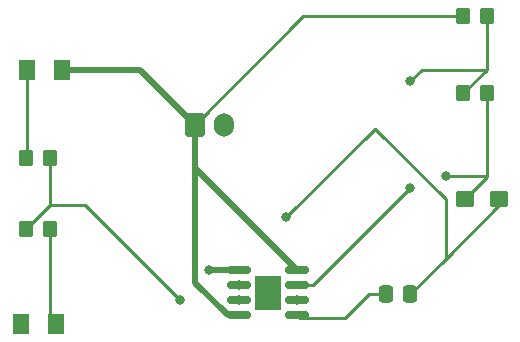
<source format=gbr>
%TF.GenerationSoftware,KiCad,Pcbnew,7.0.8*%
%TF.CreationDate,2023-10-16T22:27:31-07:00*%
%TF.ProjectId,Lab2,4c616232-2e6b-4696-9361-645f70636258,rev?*%
%TF.SameCoordinates,Original*%
%TF.FileFunction,Copper,L1,Top*%
%TF.FilePolarity,Positive*%
%FSLAX46Y46*%
G04 Gerber Fmt 4.6, Leading zero omitted, Abs format (unit mm)*
G04 Created by KiCad (PCBNEW 7.0.8) date 2023-10-16 22:27:31*
%MOMM*%
%LPD*%
G01*
G04 APERTURE LIST*
G04 Aperture macros list*
%AMRoundRect*
0 Rectangle with rounded corners*
0 $1 Rounding radius*
0 $2 $3 $4 $5 $6 $7 $8 $9 X,Y pos of 4 corners*
0 Add a 4 corners polygon primitive as box body*
4,1,4,$2,$3,$4,$5,$6,$7,$8,$9,$2,$3,0*
0 Add four circle primitives for the rounded corners*
1,1,$1+$1,$2,$3*
1,1,$1+$1,$4,$5*
1,1,$1+$1,$6,$7*
1,1,$1+$1,$8,$9*
0 Add four rect primitives between the rounded corners*
20,1,$1+$1,$2,$3,$4,$5,0*
20,1,$1+$1,$4,$5,$6,$7,0*
20,1,$1+$1,$6,$7,$8,$9,0*
20,1,$1+$1,$8,$9,$2,$3,0*%
G04 Aperture macros list end*
%TA.AperFunction,SMDPad,CuDef*%
%ADD10RoundRect,0.250001X-0.462499X-0.624999X0.462499X-0.624999X0.462499X0.624999X-0.462499X0.624999X0*%
%TD*%
%TA.AperFunction,SMDPad,CuDef*%
%ADD11RoundRect,0.150000X-0.825000X-0.150000X0.825000X-0.150000X0.825000X0.150000X-0.825000X0.150000X0*%
%TD*%
%TA.AperFunction,SMDPad,CuDef*%
%ADD12R,2.290000X3.000000*%
%TD*%
%TA.AperFunction,SMDPad,CuDef*%
%ADD13RoundRect,0.250000X-0.537500X-0.425000X0.537500X-0.425000X0.537500X0.425000X-0.537500X0.425000X0*%
%TD*%
%TA.AperFunction,SMDPad,CuDef*%
%ADD14RoundRect,0.250000X-0.337500X-0.475000X0.337500X-0.475000X0.337500X0.475000X-0.337500X0.475000X0*%
%TD*%
%TA.AperFunction,ComponentPad*%
%ADD15O,1.700000X2.000000*%
%TD*%
%TA.AperFunction,ComponentPad*%
%ADD16RoundRect,0.250000X-0.600000X-0.750000X0.600000X-0.750000X0.600000X0.750000X-0.600000X0.750000X0*%
%TD*%
%TA.AperFunction,SMDPad,CuDef*%
%ADD17RoundRect,0.250000X-0.350000X-0.450000X0.350000X-0.450000X0.350000X0.450000X-0.350000X0.450000X0*%
%TD*%
%TA.AperFunction,ViaPad*%
%ADD18C,0.800000*%
%TD*%
%TA.AperFunction,Conductor*%
%ADD19C,0.254000*%
%TD*%
%TA.AperFunction,Conductor*%
%ADD20C,0.508000*%
%TD*%
%TA.AperFunction,Conductor*%
%ADD21C,0.250000*%
%TD*%
G04 APERTURE END LIST*
D10*
%TO.P,D2,1,K*%
%TO.N,GND*%
X18525000Y-51000000D03*
%TO.P,D2,2,A*%
%TO.N,Net-(D2-A)*%
X21500000Y-51000000D03*
%TD*%
D11*
%TO.P,U1,1,GND*%
%TO.N,GND*%
X37000000Y-46500000D03*
%TO.P,U1,2,TR*%
%TO.N,/pin_2*%
X37000000Y-47770000D03*
%TO.P,U1,3,Q*%
%TO.N,/pin_3*%
X37000000Y-49040000D03*
%TO.P,U1,4,R*%
%TO.N,+9V*%
X37000000Y-50310000D03*
%TO.P,U1,5,CV*%
%TO.N,Net-(U1-CV)*%
X41950000Y-50310000D03*
%TO.P,U1,6,THR*%
%TO.N,/pin_2*%
X41950000Y-49040000D03*
%TO.P,U1,7,DIS*%
%TO.N,/pin_7*%
X41950000Y-47770000D03*
%TO.P,U1,8,VCC*%
%TO.N,+9V*%
X41950000Y-46500000D03*
D12*
%TO.P,U1,9*%
%TO.N,N/C*%
X39475000Y-48405000D03*
%TD*%
D13*
%TO.P,C1,2*%
%TO.N,GND*%
X59000000Y-40500000D03*
%TO.P,C1,1*%
%TO.N,/pin_2*%
X56125000Y-40500000D03*
%TD*%
D14*
%TO.P,C2,1*%
%TO.N,Net-(U1-CV)*%
X49425000Y-48500000D03*
%TO.P,C2,2*%
%TO.N,GND*%
X51500000Y-48500000D03*
%TD*%
D15*
%TO.P,J1,2,Pin_2*%
%TO.N,GND*%
X35747500Y-34160000D03*
D16*
%TO.P,J1,1,Pin_1*%
%TO.N,+9V*%
X33247500Y-34160000D03*
%TD*%
D17*
%TO.P,R4,1*%
%TO.N,/pin_3*%
X19000000Y-43000000D03*
%TO.P,R4,2*%
%TO.N,Net-(D2-A)*%
X21000000Y-43000000D03*
%TD*%
%TO.P,R3,2*%
%TO.N,/pin_3*%
X21000000Y-37000000D03*
%TO.P,R3,1*%
%TO.N,Net-(D1-K)*%
X19000000Y-37000000D03*
%TD*%
D10*
%TO.P,D1,1,K*%
%TO.N,Net-(D1-K)*%
X19025000Y-29500000D03*
%TO.P,D1,2,A*%
%TO.N,+9V*%
X22000000Y-29500000D03*
%TD*%
D17*
%TO.P,R2,2*%
%TO.N,/pin_2*%
X58000000Y-31500000D03*
%TO.P,R2,1*%
%TO.N,/pin_7*%
X56000000Y-31500000D03*
%TD*%
%TO.P,R1,2*%
%TO.N,/pin_7*%
X58000000Y-25000000D03*
%TO.P,R1,1*%
%TO.N,+9V*%
X56000000Y-25000000D03*
%TD*%
D18*
%TO.N,GND*%
X18525000Y-51000000D03*
X41000000Y-42000000D03*
X34500000Y-46500000D03*
%TO.N,/pin_3*%
X32000000Y-49000000D03*
X37000000Y-49000000D03*
%TO.N,/pin_7*%
X51500000Y-30500000D03*
X51500000Y-39500000D03*
%TO.N,/pin_2*%
X41950000Y-49040000D03*
X37000000Y-47770000D03*
X54500000Y-38500000D03*
%TD*%
D19*
%TO.N,GND*%
X54500000Y-45500000D02*
X51500000Y-48500000D01*
X48500000Y-34500000D02*
X41000000Y-42000000D01*
X59000000Y-41000000D02*
X54500000Y-45500000D01*
X54500000Y-45500000D02*
X54500000Y-40500000D01*
X59000000Y-40500000D02*
X59000000Y-41000000D01*
X54500000Y-40500000D02*
X48500000Y-34500000D01*
D20*
X34500000Y-46500000D02*
X37000000Y-46500000D01*
D19*
%TO.N,/pin_3*%
X24000000Y-41000000D02*
X32000000Y-49000000D01*
X23000000Y-41000000D02*
X24000000Y-41000000D01*
%TO.N,Net-(U1-CV)*%
X48000000Y-48500000D02*
X46000000Y-50500000D01*
X49425000Y-48500000D02*
X48000000Y-48500000D01*
X46000000Y-50500000D02*
X42140000Y-50500000D01*
X42140000Y-50500000D02*
X41950000Y-50310000D01*
D20*
%TO.N,+9V*%
X22000000Y-29500000D02*
X28587500Y-29500000D01*
X28587500Y-29500000D02*
X33247500Y-34160000D01*
D21*
%TO.N,/pin_3*%
X21000000Y-41000000D02*
X23000000Y-41000000D01*
%TO.N,/pin_7*%
X51500000Y-30500000D02*
X52500000Y-29500000D01*
X41950000Y-47770000D02*
X43230000Y-47770000D01*
X43230000Y-47770000D02*
X51500000Y-39500000D01*
X52500000Y-29500000D02*
X58000000Y-29500000D01*
%TO.N,/pin_2*%
X58000000Y-38500000D02*
X54500000Y-38500000D01*
X58000000Y-31500000D02*
X58000000Y-38500000D01*
X58000000Y-38500000D02*
X58000000Y-38625000D01*
X58000000Y-38625000D02*
X56125000Y-40500000D01*
%TO.N,/pin_7*%
X58000000Y-25000000D02*
X58000000Y-27000000D01*
X58000000Y-27000000D02*
X58000000Y-29500000D01*
%TO.N,+9V*%
X37000000Y-50310000D02*
X36025000Y-50310000D01*
D20*
X36025000Y-50310000D02*
X33247500Y-47532500D01*
X33247500Y-47532500D02*
X33247500Y-34160000D01*
X41950000Y-46500000D02*
X33247500Y-37797500D01*
D21*
X33247500Y-37797500D02*
X33247500Y-34160000D01*
%TO.N,/pin_7*%
X58000000Y-29500000D02*
X56000000Y-31500000D01*
%TO.N,+9V*%
X56000000Y-25000000D02*
X42407500Y-25000000D01*
X42407500Y-25000000D02*
X33247500Y-34160000D01*
%TO.N,Net-(D2-A)*%
X21000000Y-43000000D02*
X21000000Y-50500000D01*
X21000000Y-50500000D02*
X21500000Y-51000000D01*
%TO.N,/pin_3*%
X21000000Y-37000000D02*
X21000000Y-41000000D01*
X21000000Y-41000000D02*
X19000000Y-43000000D01*
%TO.N,Net-(D1-K)*%
X19025000Y-29500000D02*
X19025000Y-36975000D01*
X19025000Y-36975000D02*
X19000000Y-37000000D01*
%TD*%
M02*

</source>
